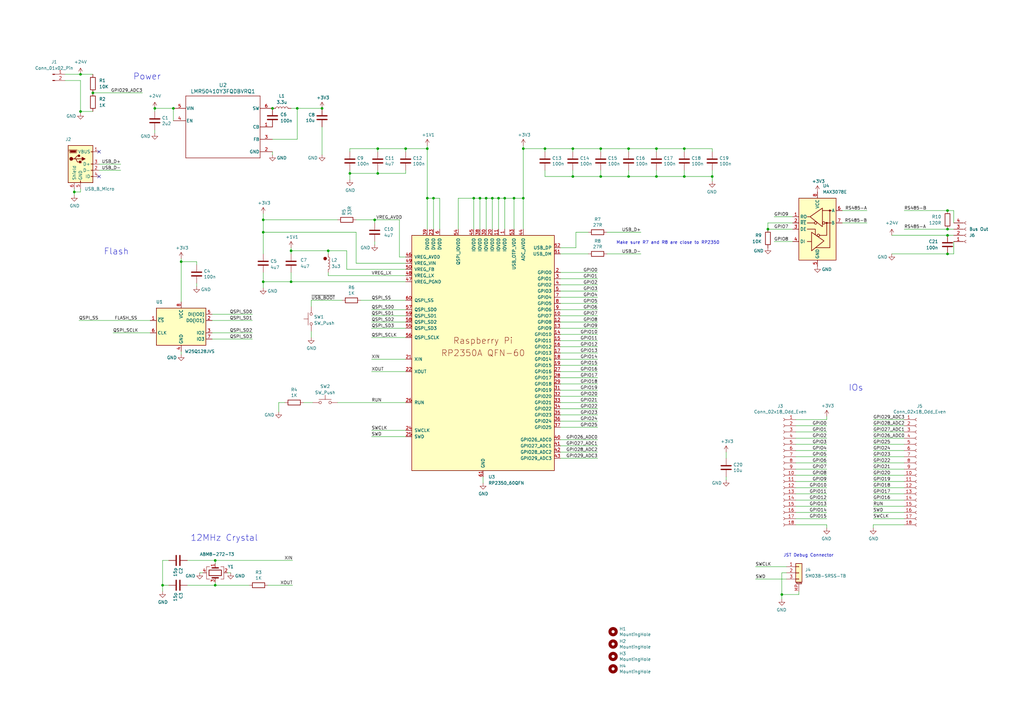
<source format=kicad_sch>
(kicad_sch (version 20250114) (generator "eeschema") (generator_version "9.0")
  (paper "A3")
  (title_block (title "RP2350A QFN-60 Minimal Design Example") (date "2024-07-01") (rev "REV3") (company "Raspberry Pi Ltd"))
  (circle (center 133.35 106.045) (radius 0.635) (stroke (width 0) (color 132 0 0 1)) (fill (type color) (color 132 0 0 1)))
  (text "JST Debug Connector" (at 321.31 228.6 0) (effects (font (size 1.27 1.27)) (justify left bottom)))
  (text "IOs" (at 347.98 160.655 0) (effects (font (size 2.54 2.54)) (justify left bottom)))
  (text "Flash" (at 42.545 104.775 0) (effects (font (size 2.54 2.54)) (justify left bottom)))
  (text "Make sure R7 and R8 are close to RP2350\n" (at 252.73 100.33 0) (effects (font (size 1.27 1.27)) (justify left bottom)))
  (text "12MHz Crystal" (at 78.105 222.25 0) (effects (font (size 2.54 2.54)) (justify left bottom)))
  (text "Power" (at 54.61 33.02 0) (effects (font (size 2.54 2.54)) (justify left bottom)))
  (junction (at 320.675 243.84))
  (junction (at 257.81 60.96))
  (junction (at 153.67 90.17))
  (junction (at 119.38 102.87))
  (junction (at 194.31 81.28))
  (junction (at 280.67 72.39))
  (junction (at 175.26 81.28))
  (junction (at 154.94 71.12))
  (junction (at 214.63 60.96))
  (junction (at 33.02 45.72))
  (junction (at 196.85 81.28))
  (junction (at 88.265 229.87))
  (junction (at 134.62 102.87))
  (junction (at 388.62 96.52))
  (junction (at 30.48 78.74))
  (junction (at 119.38 115.57))
  (junction (at 223.52 60.96))
  (junction (at 210.82 81.28))
  (junction (at 66.675 240.03))
  (junction (at 388.62 104.14))
  (junction (at 154.94 60.96))
  (junction (at 207.01 81.28))
  (junction (at 132.08 44.45))
  (junction (at 269.24 72.39))
  (junction (at 292.1 72.39))
  (junction (at 246.38 72.39))
  (junction (at 204.47 81.28))
  (junction (at 74.295 107.315))
  (junction (at 38.1 38.1))
  (junction (at 199.39 81.28))
  (junction (at 175.26 60.96))
  (junction (at 107.95 115.57))
  (junction (at 280.67 60.96))
  (junction (at 111.76 44.45))
  (junction (at 71.12 44.45))
  (junction (at 257.81 72.39))
  (junction (at 269.24 60.96))
  (junction (at 121.92 44.45))
  (junction (at 314.96 93.98))
  (junction (at 166.37 60.96))
  (junction (at 33.02 30.48))
  (junction (at 388.62 86.36))
  (junction (at 234.95 60.96))
  (junction (at 88.265 240.03))
  (junction (at 234.95 72.39))
  (junction (at 63.5 44.45))
  (junction (at 214.63 81.28))
  (junction (at 107.95 90.17))
  (junction (at 177.8 81.28))
  (junction (at 246.38 60.96))
  (junction (at 201.93 81.28))
  (junction (at 107.95 95.25))
  (junction (at 143.51 71.12))
  (junction (at 388.62 93.98))
  (no_connect (at 40.64 62.23))
  (no_connect (at 40.64 72.39))
  (wire (pts (xy 229.87 127) (xy 245.11 127)))
  (wire (pts (xy 153.67 100.33) (xy 153.67 99.06)))
  (wire (pts (xy 146.05 95.25) (xy 146.05 107.95)))
  (wire (pts (xy 229.87 185.42) (xy 245.11 185.42)))
  (wire (pts (xy 339.09 194.945) (xy 326.39 194.945)))
  (wire (pts (xy 370.84 197.485) (xy 358.14 197.485)))
  (wire (pts (xy 320.675 234.95) (xy 320.675 243.84)))
  (wire (pts (xy 154.94 60.96) (xy 166.37 60.96)))
  (wire (pts (xy 370.84 182.245) (xy 358.14 182.245)))
  (wire (pts (xy 229.87 129.54) (xy 245.11 129.54)))
  (wire (pts (xy 370.84 207.645) (xy 358.14 207.645)))
  (wire (pts (xy 88.265 231.14) (xy 88.265 229.87)))
  (wire (pts (xy 234.95 62.23) (xy 234.95 60.96)))
  (wire (pts (xy 234.95 69.85) (xy 234.95 72.39)))
  (wire (pts (xy 163.83 90.17) (xy 163.83 105.41)))
  (wire (pts (xy 339.09 200.025) (xy 326.39 200.025)))
  (wire (pts (xy 207.01 81.28) (xy 210.82 81.28)))
  (wire (pts (xy 314.96 91.44) (xy 325.12 91.44)))
  (wire (pts (xy 370.84 93.98) (xy 388.62 93.98)))
  (wire (pts (xy 154.94 62.23) (xy 154.94 60.96)))
  (wire (pts (xy 166.37 138.43) (xy 152.4 138.43)))
  (wire (pts (xy 154.94 71.12) (xy 166.37 71.12)))
  (wire (pts (xy 30.48 77.47) (xy 30.48 78.74)))
  (wire (pts (xy 229.87 167.64) (xy 245.11 167.64)))
  (wire (pts (xy 229.87 111.76) (xy 245.11 111.76)))
  (wire (pts (xy 143.51 69.85) (xy 143.51 71.12)))
  (wire (pts (xy 153.67 90.17) (xy 163.83 90.17)))
  (wire (pts (xy 229.87 162.56) (xy 245.11 162.56)))
  (wire (pts (xy 317.5 88.9) (xy 325.12 88.9)))
  (wire (pts (xy 339.09 205.105) (xy 326.39 205.105)))
  (wire (pts (xy 246.38 62.23) (xy 246.38 60.96)))
  (wire (pts (xy 127.635 123.19) (xy 127.635 125.73)))
  (wire (pts (xy 166.37 176.53) (xy 152.4 176.53)))
  (wire (pts (xy 370.84 194.945) (xy 358.14 194.945)))
  (wire (pts (xy 107.95 90.17) (xy 107.95 95.25)))
  (wire (pts (xy 223.52 62.23) (xy 223.52 60.96)))
  (wire (pts (xy 391.16 104.14) (xy 391.16 99.06)))
  (wire (pts (xy 88.265 240.03) (xy 102.235 240.03)))
  (wire (pts (xy 365.76 96.52) (xy 388.62 96.52)))
  (wire (pts (xy 223.52 69.85) (xy 223.52 72.39)))
  (wire (pts (xy 107.95 95.25) (xy 146.05 95.25)))
  (wire (pts (xy 107.95 95.25) (xy 107.95 104.14)))
  (wire (pts (xy 66.675 240.03) (xy 66.675 242.57)))
  (wire (pts (xy 121.92 44.45) (xy 119.38 44.45)))
  (wire (pts (xy 370.84 202.565) (xy 358.14 202.565)))
  (wire (pts (xy 199.39 93.98) (xy 199.39 81.28)))
  (wire (pts (xy 33.02 77.47) (xy 33.02 78.74)))
  (wire (pts (xy 187.96 93.98) (xy 187.96 81.28)))
  (wire (pts (xy 388.62 93.98) (xy 391.16 93.98)))
  (wire (pts (xy 46.355 136.525) (xy 61.595 136.525)))
  (wire (pts (xy 74.295 106.045) (xy 74.295 107.315)))
  (wire (pts (xy 66.675 229.87) (xy 66.675 240.03)))
  (wire (pts (xy 210.82 81.28) (xy 214.63 81.28)))
  (wire (pts (xy 257.81 60.96) (xy 269.24 60.96)))
  (wire (pts (xy 69.215 229.87) (xy 66.675 229.87)))
  (wire (pts (xy 153.67 90.17) (xy 153.67 91.44)))
  (wire (pts (xy 269.24 72.39) (xy 257.81 72.39)))
  (wire (pts (xy 339.09 207.645) (xy 326.39 207.645)))
  (wire (pts (xy 229.87 175.26) (xy 245.11 175.26)))
  (wire (pts (xy 201.93 81.28) (xy 204.47 81.28)))
  (wire (pts (xy 40.64 69.85) (xy 49.53 69.85)))
  (wire (pts (xy 234.95 72.39) (xy 223.52 72.39)))
  (wire (pts (xy 269.24 69.85) (xy 269.24 72.39)))
  (wire (pts (xy 175.26 60.96) (xy 175.26 81.28)))
  (wire (pts (xy 196.85 81.28) (xy 199.39 81.28)))
  (wire (pts (xy 229.87 139.7) (xy 245.11 139.7)))
  (wire (pts (xy 201.93 93.98) (xy 201.93 81.28)))
  (wire (pts (xy 146.05 107.95) (xy 166.37 107.95)))
  (wire (pts (xy 355.6 91.44) (xy 345.44 91.44)))
  (wire (pts (xy 199.39 81.28) (xy 201.93 81.28)))
  (wire (pts (xy 63.5 45.72) (xy 63.5 44.45)))
  (wire (pts (xy 107.95 87.63) (xy 107.95 90.17)))
  (wire (pts (xy 107.95 115.57) (xy 119.38 115.57)))
  (wire (pts (xy 229.87 132.08) (xy 245.11 132.08)))
  (wire (pts (xy 116.84 165.1) (xy 114.3 165.1)))
  (wire (pts (xy 234.95 60.96) (xy 246.38 60.96)))
  (wire (pts (xy 119.38 104.14) (xy 119.38 102.87)))
  (wire (pts (xy 339.09 216.535) (xy 339.09 215.265)))
  (wire (pts (xy 229.87 114.3) (xy 245.11 114.3)))
  (wire (pts (xy 86.995 139.065) (xy 103.505 139.065)))
  (wire (pts (xy 317.5 99.06) (xy 325.12 99.06)))
  (wire (pts (xy 166.37 123.19) (xy 147.955 123.19)))
  (wire (pts (xy 143.51 62.23) (xy 143.51 60.96)))
  (wire (pts (xy 107.95 111.76) (xy 107.95 115.57)))
  (wire (pts (xy 327.66 242.57) (xy 327.66 243.84)))
  (wire (pts (xy 370.84 210.185) (xy 358.14 210.185)))
  (wire (pts (xy 339.09 197.485) (xy 326.39 197.485)))
  (wire (pts (xy 33.02 30.48) (xy 26.67 30.48)))
  (wire (pts (xy 370.84 192.405) (xy 358.14 192.405)))
  (wire (pts (xy 166.37 110.49) (xy 142.24 110.49)))
  (wire (pts (xy 74.295 144.145) (xy 74.295 145.415)))
  (wire (pts (xy 229.87 172.72) (xy 245.11 172.72)))
  (wire (pts (xy 140.335 123.19) (xy 127.635 123.19)))
  (wire (pts (xy 309.88 237.49) (xy 322.58 237.49)))
  (wire (pts (xy 370.84 177.165) (xy 358.14 177.165)))
  (wire (pts (xy 229.87 187.96) (xy 245.11 187.96)))
  (wire (pts (xy 388.62 104.14) (xy 391.16 104.14)))
  (wire (pts (xy 248.92 104.14) (xy 262.89 104.14)))
  (wire (pts (xy 175.26 81.28) (xy 175.26 93.98)))
  (wire (pts (xy 370.84 200.025) (xy 358.14 200.025)))
  (wire (pts (xy 370.84 174.625) (xy 358.14 174.625)))
  (wire (pts (xy 33.02 45.72) (xy 38.1 45.72)))
  (wire (pts (xy 214.63 81.28) (xy 214.63 93.98)))
  (wire (pts (xy 33.02 45.72) (xy 33.02 33.02)))
  (wire (pts (xy 119.38 101.6) (xy 119.38 102.87)))
  (wire (pts (xy 109.855 240.03) (xy 120.015 240.03)))
  (wire (pts (xy 76.835 240.03) (xy 88.265 240.03)))
  (wire (pts (xy 119.38 115.57) (xy 166.37 115.57)))
  (wire (pts (xy 339.09 187.325) (xy 326.39 187.325)))
  (wire (pts (xy 107.95 115.57) (xy 107.95 118.11)))
  (wire (pts (xy 69.215 240.03) (xy 66.675 240.03)))
  (wire (pts (xy 391.16 91.44) (xy 391.16 86.36)))
  (wire (pts (xy 107.95 90.17) (xy 138.43 90.17)))
  (wire (pts (xy 143.51 71.12) (xy 143.51 73.66)))
  (wire (pts (xy 204.47 81.28) (xy 207.01 81.28)))
  (wire (pts (xy 32.385 131.445) (xy 61.595 131.445)))
  (wire (pts (xy 339.09 210.185) (xy 326.39 210.185)))
  (wire (pts (xy 229.87 170.18) (xy 245.11 170.18)))
  (wire (pts (xy 154.94 69.85) (xy 154.94 71.12)))
  (wire (pts (xy 269.24 60.96) (xy 280.67 60.96)))
  (wire (pts (xy 339.09 172.085) (xy 339.09 170.815)))
  (wire (pts (xy 358.14 215.265) (xy 370.84 215.265)))
  (wire (pts (xy 74.295 107.315) (xy 74.295 123.825)))
  (wire (pts (xy 292.1 69.85) (xy 292.1 72.39)))
  (wire (pts (xy 86.995 136.525) (xy 103.505 136.525)))
  (wire (pts (xy 152.4 147.32) (xy 166.37 147.32)))
  (wire (pts (xy 198.12 195.58) (xy 198.12 198.12)))
  (wire (pts (xy 152.4 132.08) (xy 166.37 132.08)))
  (wire (pts (xy 81.915 234.95) (xy 83.185 234.95)))
  (wire (pts (xy 63.5 53.34) (xy 63.5 54.61)))
  (wire (pts (xy 180.34 81.28) (xy 180.34 93.98)))
  (wire (pts (xy 194.31 93.98) (xy 194.31 81.28)))
  (wire (pts (xy 58.42 38.1) (xy 38.1 38.1)))
  (wire (pts (xy 229.87 182.88) (xy 245.11 182.88)))
  (wire (pts (xy 229.87 116.84) (xy 245.11 116.84)))
  (wire (pts (xy 143.51 60.96) (xy 154.94 60.96)))
  (wire (pts (xy 33.02 30.48) (xy 38.1 30.48)))
  (wire (pts (xy 142.24 110.49) (xy 142.24 102.87)))
  (wire (pts (xy 370.84 172.085) (xy 358.14 172.085)))
  (wire (pts (xy 339.09 215.265) (xy 326.39 215.265)))
  (wire (pts (xy 80.645 107.315) (xy 74.295 107.315)))
  (wire (pts (xy 229.87 137.16) (xy 245.11 137.16)))
  (wire (pts (xy 280.67 62.23) (xy 280.67 60.96)))
  (wire (pts (xy 152.4 127) (xy 166.37 127)))
  (wire (pts (xy 236.22 95.25) (xy 236.22 101.6)))
  (wire (pts (xy 229.87 144.78) (xy 245.11 144.78)))
  (wire (pts (xy 257.81 69.85) (xy 257.81 72.39)))
  (wire (pts (xy 214.63 59.69) (xy 214.63 60.96)))
  (wire (pts (xy 257.81 62.23) (xy 257.81 60.96)))
  (wire (pts (xy 229.87 154.94) (xy 245.11 154.94)))
  (wire (pts (xy 146.05 90.17) (xy 153.67 90.17)))
  (wire (pts (xy 152.4 129.54) (xy 166.37 129.54)))
  (wire (pts (xy 152.4 134.62) (xy 166.37 134.62)))
  (wire (pts (xy 269.24 62.23) (xy 269.24 60.96)))
  (wire (pts (xy 314.96 91.44) (xy 314.96 93.98)))
  (wire (pts (xy 229.87 134.62) (xy 245.11 134.62)))
  (wire (pts (xy 124.46 165.1) (xy 128.27 165.1)))
  (wire (pts (xy 127.635 135.89) (xy 127.635 138.43)))
  (wire (pts (xy 280.67 72.39) (xy 269.24 72.39)))
  (wire (pts (xy 80.645 108.585) (xy 80.645 107.315)))
  (wire (pts (xy 297.815 185.42) (xy 297.815 187.96)))
  (wire (pts (xy 166.37 60.96) (xy 175.26 60.96)))
  (wire (pts (xy 229.87 160.02) (xy 245.11 160.02)))
  (wire (pts (xy 370.84 184.785) (xy 358.14 184.785)))
  (wire (pts (xy 246.38 60.96) (xy 257.81 60.96)))
  (wire (pts (xy 314.96 93.98) (xy 325.12 93.98)))
  (wire (pts (xy 71.12 44.45) (xy 71.12 49.53)))
  (wire (pts (xy 257.81 72.39) (xy 246.38 72.39)))
  (wire (pts (xy 214.63 60.96) (xy 223.52 60.96)))
  (wire (pts (xy 134.62 113.03) (xy 166.37 113.03)))
  (wire (pts (xy 121.92 44.45) (xy 121.92 57.15)))
  (wire (pts (xy 119.38 111.76) (xy 119.38 115.57)))
  (wire (pts (xy 229.87 149.86) (xy 245.11 149.86)))
  (wire (pts (xy 119.38 102.87) (xy 134.62 102.87)))
  (wire (pts (xy 33.02 78.74) (xy 30.48 78.74)))
  (wire (pts (xy 121.92 57.15) (xy 111.76 57.15)))
  (wire (pts (xy 391.16 86.36) (xy 388.62 86.36)))
  (wire (pts (xy 246.38 69.85) (xy 246.38 72.39)))
  (wire (pts (xy 388.62 96.52) (xy 391.16 96.52)))
  (wire (pts (xy 166.37 179.07) (xy 152.4 179.07)))
  (wire (pts (xy 236.22 95.25) (xy 241.3 95.25)))
  (wire (pts (xy 177.8 81.28) (xy 180.34 81.28)))
  (wire (pts (xy 339.09 212.725) (xy 326.39 212.725)))
  (wire (pts (xy 93.345 234.95) (xy 94.615 234.95)))
  (wire (pts (xy 196.85 93.98) (xy 196.85 81.28)))
  (wire (pts (xy 320.675 243.84) (xy 327.66 243.84)))
  (wire (pts (xy 365.76 104.14) (xy 388.62 104.14)))
  (wire (pts (xy 229.87 165.1) (xy 245.11 165.1)))
  (wire (pts (xy 121.92 44.45) (xy 132.08 44.45)))
  (wire (pts (xy 248.92 95.25) (xy 262.89 95.25)))
  (wire (pts (xy 339.09 192.405) (xy 326.39 192.405)))
  (wire (pts (xy 339.09 184.785) (xy 326.39 184.785)))
  (wire (pts (xy 358.14 216.535) (xy 358.14 215.265)))
  (wire (pts (xy 210.82 93.98) (xy 210.82 81.28)))
  (wire (pts (xy 370.84 86.36) (xy 388.62 86.36)))
  (wire (pts (xy 355.6 86.36) (xy 345.44 86.36)))
  (wire (pts (xy 339.09 174.625) (xy 326.39 174.625)))
  (wire (pts (xy 175.26 59.69) (xy 175.26 60.96)))
  (wire (pts (xy 309.88 232.41) (xy 322.58 232.41)))
  (wire (pts (xy 229.87 119.38) (xy 245.11 119.38)))
  (wire (pts (xy 280.67 72.39) (xy 292.1 72.39)))
  (wire (pts (xy 292.1 72.39) (xy 292.1 74.295)))
  (wire (pts (xy 33.02 46.355) (xy 33.02 45.72)))
  (wire (pts (xy 370.84 189.865) (xy 358.14 189.865)))
  (wire (pts (xy 134.62 113.03) (xy 134.62 111.76)))
  (wire (pts (xy 370.84 205.105) (xy 358.14 205.105)))
  (wire (pts (xy 229.87 157.48) (xy 245.11 157.48)))
  (wire (pts (xy 339.09 179.705) (xy 326.39 179.705)))
  (wire (pts (xy 229.87 180.34) (xy 245.11 180.34)))
  (wire (pts (xy 280.67 60.96) (xy 292.1 60.96)))
  (wire (pts (xy 194.31 81.28) (xy 196.85 81.28)))
  (wire (pts (xy 204.47 93.98) (xy 204.47 81.28)))
  (wire (pts (xy 339.09 202.565) (xy 326.39 202.565)))
  (wire (pts (xy 229.87 152.4) (xy 245.11 152.4)))
  (wire (pts (xy 134.62 102.87) (xy 134.62 104.14)))
  (wire (pts (xy 111.76 62.23) (xy 111.76 63.5)))
  (wire (pts (xy 339.09 177.165) (xy 326.39 177.165)))
  (wire (pts (xy 229.87 147.32) (xy 245.11 147.32)))
  (wire (pts (xy 40.64 67.31) (xy 49.53 67.31)))
  (wire (pts (xy 166.37 62.23) (xy 166.37 60.96)))
  (wire (pts (xy 229.87 101.6) (xy 236.22 101.6)))
  (wire (pts (xy 246.38 72.39) (xy 234.95 72.39)))
  (wire (pts (xy 143.51 71.12) (xy 154.94 71.12)))
  (wire (pts (xy 339.09 172.085) (xy 326.39 172.085)))
  (wire (pts (xy 187.96 81.28) (xy 194.31 81.28)))
  (wire (pts (xy 370.84 179.705) (xy 358.14 179.705)))
  (wire (pts (xy 177.8 81.28) (xy 175.26 81.28)))
  (wire (pts (xy 71.12 44.45) (xy 63.5 44.45)))
  (wire (pts (xy 207.01 81.28) (xy 207.01 93.98)))
  (wire (pts (xy 322.58 234.95) (xy 320.675 234.95)))
  (wire (pts (xy 88.265 229.87) (xy 120.015 229.87)))
  (wire (pts (xy 30.48 78.74) (xy 30.48 80.01)))
  (wire (pts (xy 132.08 52.07) (xy 132.08 63.5)))
  (wire (pts (xy 229.87 104.14) (xy 241.3 104.14)))
  (wire (pts (xy 142.24 102.87) (xy 134.62 102.87)))
  (wire (pts (xy 114.3 165.1) (xy 114.3 168.91)))
  (wire (pts (xy 88.265 238.76) (xy 88.265 240.03)))
  (wire (pts (xy 229.87 124.46) (xy 245.11 124.46)))
  (wire (pts (xy 229.87 142.24) (xy 245.11 142.24)))
  (wire (pts (xy 339.09 189.865) (xy 326.39 189.865)))
  (wire (pts (xy 214.63 60.96) (xy 214.63 81.28)))
  (wire (pts (xy 229.87 121.92) (xy 245.11 121.92)))
  (wire (pts (xy 163.83 105.41) (xy 166.37 105.41)))
  (wire (pts (xy 297.815 195.58) (xy 297.815 196.85)))
  (wire (pts (xy 86.995 128.905) (xy 103.505 128.905)))
  (wire (pts (xy 339.09 182.245) (xy 326.39 182.245)))
  (wire (pts (xy 223.52 60.96) (xy 234.95 60.96)))
  (wire (pts (xy 166.37 152.4) (xy 152.4 152.4)))
  (wire (pts (xy 320.675 243.84) (xy 320.675 245.745)))
  (wire (pts (xy 292.1 62.23) (xy 292.1 60.96)))
  (wire (pts (xy 370.84 187.325) (xy 358.14 187.325)))
  (wire (pts (xy 370.84 212.725) (xy 358.14 212.725)))
  (wire (pts (xy 76.835 229.87) (xy 88.265 229.87)))
  (wire (pts (xy 33.02 33.02) (xy 26.67 33.02)))
  (wire (pts (xy 86.995 131.445) (xy 103.505 131.445)))
  (wire (pts (xy 166.37 71.12) (xy 166.37 69.85)))
  (wire (pts (xy 177.8 93.98) (xy 177.8 81.28)))
  (wire (pts (xy 138.43 165.1) (xy 166.37 165.1)))
  (wire (pts (xy 280.67 69.85) (xy 280.67 72.39)))
  (wire (pts (xy 80.645 116.205) (xy 80.645 117.475)))
  (label "XIN" (at 152.4 147.32 0))
  (label "GPIO26_ADC0" (at 358.14 179.705 0))
  (label "USB_D+" (at 262.89 95.25 180))
  (label "RS485-A" (at 370.84 93.98 0))
  (label "GPIO26_ADC0" (at 245.11 180.34 180))
  (label "QSPI_SS" (at 32.385 131.445 0))
  (label "GPIO25" (at 358.14 182.245 0))
  (label "RUN" (at 358.14 207.645 0))
  (label "RS485-B" (at 355.6 91.44 180))
  (label "GPIO11" (at 339.09 202.565 180))
  (label "XOUT" (at 152.4 152.4 0))
  (label "GPIO2" (at 245.11 116.84 180))
  (label "GPIO1" (at 245.11 114.3 180))
  (label "GPIO3" (at 339.09 182.245 180))
  (label "GPIO15" (at 339.09 212.725 180))
  (label "GPIO21" (at 358.14 192.405 0))
  (label "RS485-A" (at 355.6 86.36 180))
  (label "GPIO20" (at 358.14 194.945 0))
  (label "GPIO8" (at 339.09 194.945 180))
  (label "SWCLK" (at 358.14 212.725 0))
  (label "GPIO17" (at 358.14 202.565 0))
  (label "GPIO1" (at 339.09 177.165 180))
  (label "GPIO28_ADC2" (at 358.14 174.625 0))
  (label "GPIO18" (at 358.14 200.025 0))
  (label "RS485-B" (at 370.84 86.36 0))
  (label "QSPI_SD2" (at 103.505 136.525 180))
  (label "FLASH_SS" (at 46.99 131.445 0))
  (label "GPIO27_ADC1" (at 358.14 177.165 0))
  (label "GPIO0" (at 245.11 111.76 180))
  (label "GPIO14" (at 245.11 147.32 180))
  (label "RUN" (at 152.4 165.1 0))
  (label "QSPI_SD0" (at 152.4 127 0))
  (label "QSPI_SD0" (at 103.505 128.905 180))
  (label "GPIO16" (at 358.14 205.105 0))
  (label "QSPI_SS" (at 152.4 123.19 0))
  (label "SWCLK" (at 152.4 176.53 0))
  (label "GPIO22" (at 358.14 189.865 0))
  (label "GPIO25" (at 245.11 175.26 180))
  (label "SWD" (at 358.14 210.185 0))
  (label "GPIO12" (at 339.09 205.105 180))
  (label "GPIO10" (at 339.09 200.025 180))
  (label "GPIO19" (at 358.14 197.485 0))
  (label "SWCLK" (at 309.88 232.41 0))
  (label "QSPI_SD3" (at 103.505 139.065 180))
  (label "GPIO24" (at 245.11 172.72 180))
  (label "GPIO4" (at 245.11 121.92 180))
  (label "GPIO7" (at 339.09 192.405 180))
  (label "GPIO8" (at 317.5 99.06 0))
  (label "XOUT" (at 120.015 240.03 180))
  (label "GPIO5" (at 245.11 124.46 180))
  (label "QSPI_SD2" (at 152.4 132.08 0))
  (label "GPIO19" (at 245.11 160.02 180))
  (label "USB_D+" (at 49.53 67.31 180))
  (label "USB_D-" (at 262.89 104.14 180))
  (label "GPIO8" (at 245.11 132.08 180))
  (label "GPIO6" (at 339.09 189.865 180))
  (label "~{USB_BOOT}" (at 127.635 123.19 0))
  (label "GPIO9" (at 317.5 88.9 0))
  (label "XIN" (at 120.015 229.87 180))
  (label "GPIO10" (at 245.11 137.16 180))
  (label "VREG_AVDD" (at 154.305 90.17 0))
  (label "GPIO18" (at 245.11 157.48 180))
  (label "GPIO9" (at 245.11 134.62 180))
  (label "GPIO20" (at 245.11 162.56 180))
  (label "USB_D-" (at 49.53 69.85 180))
  (label "GPIO12" (at 245.11 142.24 180))
  (label "GPIO22" (at 245.11 167.64 180))
  (label "GPIO0" (at 339.09 174.625 180))
  (label "GPIO7" (at 317.5 93.98 0))
  (label "QSPI_SD1" (at 152.4 129.54 0))
  (label "GPIO24" (at 358.14 184.785 0))
  (label "GPIO4" (at 339.09 184.785 180))
  (label "QSPI_SCLK" (at 152.4 138.43 0))
  (label "QSPI_SCLK" (at 46.355 136.525 0))
  (label "GPIO13" (at 245.11 144.78 180))
  (label "GPIO13" (at 339.09 207.645 180))
  (label "GPIO17" (at 245.11 154.94 180))
  (label "GPIO29_ADC3" (at 245.11 187.96 180))
  (label "GPIO2" (at 339.09 179.705 180))
  (label "GPIO28_ADC2" (at 245.11 185.42 180))
  (label "GPIO29_ADC3" (at 58.42 38.1 180))
  (label "SWD" (at 309.88 237.49 0))
  (label "GPIO14" (at 339.09 210.185 180))
  (label "GPIO27_ADC1" (at 245.11 182.88 180))
  (label "GPIO3" (at 245.11 119.38 180))
  (label "GPIO11" (at 245.11 139.7 180))
  (label "GPIO29_ADC3" (at 358.14 172.085 0))
  (label "QSPI_SD1" (at 103.505 131.445 180))
  (label "VREG_LX" (at 152.4 113.03 0))
  (label "SWD" (at 152.4 179.07 0))
  (label "GPIO7" (at 245.11 129.54 180))
  (label "GPIO9" (at 339.09 197.485 180))
  (label "GPIO23" (at 358.14 187.325 0))
  (label "GPIO6" (at 245.11 127 180))
  (label "GPIO5" (at 339.09 187.325 180))
  (label "GPIO15" (at 245.11 149.86 180))
  (label "GPIO21" (at 245.11 165.1 180))
  (label "GPIO16" (at 245.11 152.4 180))
  (label "QSPI_SD3" (at 152.4 134.62 0))
  (label "GPIO23" (at 245.11 170.18 180))
  (symbol (lib_id "Memory_Flash:W25Q128JVS") (at 74.295 133.985 0) (unit 1)
    (property "Reference" "U1" (at 65.405 123.825 0))
    (property "Value" "W25Q128JVS" (at 81.915 144.145 0))
    (property "Footprint" "Package_SO:SOIC-8_5.3x5.3mm_P1.27mm" (effects (hide yes)))
    (property "Datasheet" "http://www.winbond.com/resource-files/w25q128jv_dtr%20revc%2003272018%20plus.pdf" (effects (hide yes)))
  )
  (symbol (lib_id "power:+3V3") (at 74.295 106.045 0) (unit 1)
    (property "Reference" "#PWR07" (effects (hide yes)))
    (property "Value" "+3V3" (at 74.676 101.6508 0))
  )
  (symbol (lib_id "power:GND") (at 74.295 145.415 0) (unit 1)
    (property "Reference" "#PWR08" (effects (hide yes)))
    (property "Value" "GND" (at 70.485 146.685 0))
  )
  (symbol (lib_id "Device:C") (at 80.645 112.395 0) (unit 1)
    (property "Reference" "C4" (at 83.566 111.2266 0) (effects (justify left)))
    (property "Value" "100n" (at 83.566 113.538 0) (effects (justify left)))
    (property "Footprint" "Capacitor_SMD:C_0402_1005Metric" (effects (hide yes)))
  )
  (symbol (lib_id "power:GND") (at 80.645 117.475 0) (unit 1)
    (property "Reference" "#PWR09" (effects (hide yes)))
    (property "Value" "GND" (at 84.455 118.745 0))
  )
  (symbol (lib_id "Connector:USB_B_Micro") (at 33.02 67.31 0) (unit 1)
    (property "Reference" "J2" (at 29.21 57.15 0) (effects (justify right)))
    (property "Value" "USB_B_Micro" (at 46.99 77.47 0) (effects (justify right)))
    (property "Footprint" "Connector_USB:USB_Micro-B_Amphenol_10103594-0001LF_Horizontal" (effects (hide yes)))
  )
  (symbol (lib_id "power:GND") (at 198.12 198.12 0) (unit 1)
    (property "Reference" "#PWR023" (effects (hide yes)))
    (property "Value" "GND" (at 198.247 202.5142 0))
  )
  (symbol (lib_id "Device:R") (at 245.11 95.25 270) (unit 1)
    (property "Reference" "R7" (at 245.11 89.9922 90))
    (property "Value" "27R" (at 245.11 92.3036 90))
    (property "Footprint" "Resistor_SMD:R_0402_1005Metric" (effects (hide yes)))
  )
  (symbol (lib_id "Device:R") (at 245.11 104.14 270) (unit 1)
    (property "Reference" "R8" (at 245.11 98.8822 90))
    (property "Value" "27R" (at 245.11 101.1936 90))
    (property "Footprint" "Resistor_SMD:R_0402_1005Metric" (effects (hide yes)))
  )
  (symbol (lib_id "power:GND") (at 30.48 80.01 0) (unit 1)
    (property "Reference" "#PWR01" (effects (hide yes)))
    (property "Value" "GND" (at 30.607 84.4042 0))
  )
  (symbol (lib_id "power:GND") (at 339.09 216.535 0) (mirror y) (unit 1) (on_board no)
    (property "Reference" "#PWR033" (effects (hide yes)))
    (property "Value" "GND" (at 338.963 220.9292 0))
  )
  (symbol (lib_id "power:GND") (at 358.14 216.535 0) (unit 1) (on_board no)
    (property "Reference" "#PWR034" (effects (hide yes)))
    (property "Value" "GND" (at 358.267 220.9292 0))
  )
  (symbol (lib_id "power:+3V3") (at 214.63 59.69 0) (unit 1)
    (property "Reference" "#PWR024" (effects (hide yes)))
    (property "Value" "+3V3" (at 215.011 55.2958 0))
  )
  (symbol (lib_id "Device:C") (at 223.52 66.04 0) (unit 1)
    (property "Reference" "C13" (at 226.441 64.8716 0) (effects (justify left)))
    (property "Value" "100n" (at 226.441 67.183 0) (effects (justify left)))
    (property "Footprint" "Capacitor_SMD:C_0402_1005Metric" (effects (hide yes)))
  )
  (symbol (lib_id "Device:C") (at 234.95 66.04 0) (unit 1)
    (property "Reference" "C14" (at 237.871 64.8716 0) (effects (justify left)))
    (property "Value" "100n" (at 237.871 67.183 0) (effects (justify left)))
    (property "Footprint" "Capacitor_SMD:C_0402_1005Metric" (effects (hide yes)))
  )
  (symbol (lib_id "Device:C") (at 246.38 66.04 0) (unit 1)
    (property "Reference" "C15" (at 249.301 64.8716 0) (effects (justify left)))
    (property "Value" "100n" (at 249.301 67.183 0) (effects (justify left)))
    (property "Footprint" "Capacitor_SMD:C_0402_1005Metric" (effects (hide yes)))
  )
  (symbol (lib_id "Device:C") (at 257.81 66.04 0) (unit 1)
    (property "Reference" "C16" (at 260.731 64.8716 0) (effects (justify left)))
    (property "Value" "100n" (at 260.731 67.183 0) (effects (justify left)))
    (property "Footprint" "Capacitor_SMD:C_0402_1005Metric" (effects (hide yes)))
  )
  (symbol (lib_id "Device:C") (at 269.24 66.04 0) (unit 1)
    (property "Reference" "C17" (at 272.161 64.8716 0) (effects (justify left)))
    (property "Value" "100n" (at 272.161 67.183 0) (effects (justify left)))
    (property "Footprint" "Capacitor_SMD:C_0402_1005Metric" (effects (hide yes)))
  )
  (symbol (lib_id "Device:C") (at 280.67 66.04 0) (unit 1)
    (property "Reference" "C18" (at 283.591 64.8716 0) (effects (justify left)))
    (property "Value" "100n" (at 283.591 67.183 0) (effects (justify left)))
    (property "Footprint" "Capacitor_SMD:C_0402_1005Metric" (effects (hide yes)))
  )
  (symbol (lib_id "Mechanical:MountingHole") (at 251.46 259.08 0) (unit 1)
    (property "Reference" "H1" (at 254 257.9116 0) (effects (justify left)))
    (property "Value" "MountingHole" (at 254 260.223 0) (effects (justify left)))
    (property "Footprint" "MountingHole:MountingHole_2.7mm_M2.5" (effects (hide yes)))
  )
  (symbol (lib_id "Mechanical:MountingHole") (at 251.46 264.16 0) (unit 1)
    (property "Reference" "H2" (at 254 262.9916 0) (effects (justify left)))
    (property "Value" "MountingHole" (at 254 265.303 0) (effects (justify left)))
    (property "Footprint" "MountingHole:MountingHole_2.7mm_M2.5" (effects (hide yes)))
  )
  (symbol (lib_id "Mechanical:MountingHole") (at 251.46 269.24 0) (unit 1)
    (property "Reference" "H3" (at 254 268.0716 0) (effects (justify left)))
    (property "Value" "MountingHole" (at 254 270.383 0) (effects (justify left)))
    (property "Footprint" "MountingHole:MountingHole_2.7mm_M2.5" (effects (hide yes)))
  )
  (symbol (lib_id "Mechanical:MountingHole") (at 251.46 274.32 0) (unit 1)
    (property "Reference" "H4" (at 254 273.1516 0) (effects (justify left)))
    (property "Value" "MountingHole" (at 254 275.463 0) (effects (justify left)))
    (property "Footprint" "MountingHole:MountingHole_2.7mm_M2.5" (effects (hide yes)))
  )
  (symbol (lib_id "power:GND") (at 111.76 63.5 0) (mirror y) (unit 1)
    (property "Reference" "#PWR014" (effects (hide yes)))
    (property "Value" "GND" (at 115.57 64.77 0))
  )
  (symbol (lib_id "power:+3V3") (at 132.08 44.45 0) (unit 1)
    (property "Reference" "#PWR018" (effects (hide yes)))
    (property "Value" "+3V3" (at 132.461 40.0558 0))
  )
  (symbol (lib_id "Device:C") (at 63.5 49.53 0) (unit 1)
    (property "Reference" "C1" (at 66.421 48.3616 0) (effects (justify left)))
    (property "Value" "2u2" (at 66.421 50.673 0) (effects (justify left)))
    (property "Footprint" "Capacitor_SMD:C_1206_3216Metric" (effects (hide yes)))
  )
  (symbol (lib_id "Device:C") (at 132.08 48.26 0) (mirror y) (unit 1)
    (property "Reference" "C8" (at 129.159 47.0916 0) (effects (justify left)))
    (property "Value" "10u" (at 129.159 49.403 0) (effects (justify left)))
    (property "Footprint" "Capacitor_SMD:C_0402_1005Metric" (effects (hide yes)))
  )
  (symbol (lib_id "power:GND") (at 63.5 54.61 0) (unit 1)
    (property "Reference" "#PWR05" (effects (hide yes)))
    (property "Value" "GND" (at 59.69 55.88 0))
  )
  (symbol (lib_id "power:GND") (at 132.08 63.5 0) (unit 1)
    (property "Reference" "#PWR019" (effects (hide yes)))
    (property "Value" "GND" (at 128.27 64.77 0))
  )
  (symbol (lib_id "power:+3V3") (at 297.815 185.42 0) (unit 1)
    (property "Reference" "#PWR026" (effects (hide yes)))
    (property "Value" "+3V3" (at 298.196 181.0258 0))
  )
  (symbol (lib_id "Device:C") (at 297.815 191.77 0) (unit 1)
    (property "Reference" "C20" (at 300.736 190.6016 0) (effects (justify left)))
    (property "Value" "10u" (at 300.736 192.913 0) (effects (justify left)))
    (property "Footprint" "Capacitor_SMD:C_0402_1005Metric" (effects (hide yes)))
  )
  (symbol (lib_id "power:GND") (at 297.815 196.85 0) (unit 1)
    (property "Reference" "#PWR027" (effects (hide yes)))
    (property "Value" "GND" (at 294.005 198.12 0))
  )
  (symbol (lib_id "power:+3V3") (at 339.09 170.815 0) (unit 1) (on_board no)
    (property "Reference" "#PWR032" (effects (hide yes)))
    (property "Value" "+3V3" (at 339.471 166.4208 0))
  )
  (symbol (lib_id "Connector:Conn_01x18_Socket") (at 375.92 192.405 0) (unit 1) (on_board no)
    (property "Reference" "J5" (at 377.19 166.5732 0))
    (property "Value" "Conn_02x18_Odd_Even" (at 377.19 168.8846 0))
    (property "Footprint" "Connector_PinHeader_2.54mm:PinHeader_1x18_P2.54mm_Vertical" (effects (hide yes)))
    (property "Description" "Generic connector, single row, 01x18, script generated" (effects (hide yes)))
  )
  (symbol (lib_id "Connector:Conn_01x18_Socket") (at 321.31 192.405 0) (mirror y) (unit 1) (on_board no)
    (property "Reference" "J3" (at 320.04 166.5732 0))
    (property "Value" "Conn_02x18_Odd_Even" (at 320.04 168.8846 0))
    (property "Footprint" "Connector_PinHeader_2.54mm:PinHeader_1x18_P2.54mm_Vertical" (effects (hide yes)))
    (property "Description" "Generic connector, single row, 01x18, script generated" (effects (hide yes)))
  )
  (symbol (lib_id "power:+3V3") (at 107.95 87.63 0) (unit 1)
    (property "Reference" "#PWR012" (effects (hide yes)))
    (property "Value" "+3V3" (at 108.331 83.2358 0))
  )
  (symbol (lib_id "Device:C") (at 166.37 66.04 0) (unit 1)
    (property "Reference" "C12" (at 169.291 64.8716 0) (effects (justify left)))
    (property "Value" "100n" (at 169.291 67.183 0) (effects (justify left)))
    (property "Footprint" "Capacitor_SMD:C_0402_1005Metric" (effects (hide yes)))
  )
  (symbol (lib_id "Device:R") (at 120.65 165.1 270) (unit 1)
    (property "Reference" "R4" (at 120.65 159.8422 90))
    (property "Value" "1K" (at 120.65 162.1536 90))
    (property "Footprint" "Resistor_SMD:R_0402_1005Metric" (effects (hide yes)))
  )
  (symbol (lib_id "power:GND") (at 127.635 138.43 0) (unit 1)
    (property "Reference" "#PWR017" (effects (hide yes)))
    (property "Value" "GND" (at 127.762 142.8242 0))
  )
  (symbol (lib_id "power:GND") (at 153.67 100.33 0) (unit 1)
    (property "Reference" "#PWR021" (effects (hide yes)))
    (property "Value" "GND" (at 149.86 101.6 0))
  )
  (symbol (lib_id "MCU_RaspberryPi_RP2350:RP2350_60QFN") (at 198.12 144.78 0) (unit 1)
    (property "Reference" "U3" (at 200.3141 195.58 0) (effects (justify left)))
    (property "Value" "RP2350_60QFN" (at 200.3141 198.12 0) (effects (justify left)))
    (property "Footprint" "RP2350_60QFN_minimal:RP2350-QFN-60-1EP_7x7_P0.4mm_EP3.4x3.4mm_ThermalVias" (effects (hide yes)))
  )
  (symbol (lib_id "Device:C") (at 292.1 66.04 0) (unit 1)
    (property "Reference" "C19" (at 295.021 64.8716 0) (effects (justify left)))
    (property "Value" "100n" (at 295.021 67.183 0) (effects (justify left)))
    (property "Footprint" "Capacitor_SMD:C_0402_1005Metric" (effects (hide yes)))
  )
  (symbol (lib_id "power:GND") (at 33.02 46.355 0) (unit 1)
    (property "Reference" "#PWR03" (effects (hide yes)))
    (property "Value" "GND" (at 29.21 47.625 0))
  )
  (symbol (lib_id "power:GND") (at 66.675 242.57 0) (unit 1)
    (property "Reference" "#PWR06" (effects (hide yes)))
    (property "Value" "GND" (at 66.802 246.9642 0))
  )
  (symbol (lib_id "Switch:SW_Push") (at 133.35 165.1 0) (unit 1)
    (property "Reference" "SW2" (at 133.35 158.4792 0))
    (property "Value" "SW_Push" (at 133.35 161.0161 0))
    (property "Footprint" "Button_Switch_SMD:SW_Push_1P1T_NO_Vertical_Wuerth_434133025816" (effects (hide yes)))
  )
  (symbol (lib_id "power:+24V") (at 33.02 30.48 0) (unit 1)
    (property "Reference" "#PWR02" (effects (hide yes)))
    (property "Value" "+24V" (at 33.02 25.4 0))
    (property "Description" "Power symbol creates a global label with name \"+24V\"" (effects (hide yes)))
  )
  (symbol (lib_id "Device:R") (at 144.145 123.19 270) (unit 1)
    (property "Reference" "R6" (at 144.145 117.9322 90))
    (property "Value" "1K" (at 144.145 120.2436 90))
    (property "Footprint" "Resistor_SMD:R_0402_1005Metric" (effects (hide yes)))
  )
  (symbol (lib_id "Device:R") (at 142.24 90.17 90) (unit 1)
    (property "Reference" "R5" (at 141.0716 88.392 0) (effects (justify left)))
    (property "Value" "33R" (at 143.383 88.392 0) (effects (justify left)))
    (property "Footprint" "Resistor_SMD:R_0402_1005Metric" (effects (hide yes)))
  )
  (symbol (lib_id "power:GND") (at 335.28 109.22 0) (mirror y) (unit 1)
    (property "Reference" "#PWR031" (effects (hide yes)))
    (property "Value" "GND" (at 339.09 110.49 0))
  )
  (symbol (lib_id "Device:C") (at 107.95 107.95 0) (unit 1)
    (property "Reference" "C5" (at 110.871 107.1153 0) (effects (justify left)))
    (property "Value" "4u7" (at 110.871 109.6522 0) (effects (justify left)))
    (property "Footprint" "RP2350_60QFN_minimal:C_0402_1005Metric_small_pads" (effects (hide yes)))
  )
  (symbol (lib_id "power:GND") (at 94.615 234.95 0) (unit 1)
    (property "Reference" "#PWR011" (effects (hide yes)))
    (property "Value" "GND" (at 98.425 236.22 0))
  )
  (symbol (lib_id "power:GND") (at 320.675 245.745 0) (mirror y) (unit 1)
    (property "Reference" "#PWR029" (effects (hide yes)))
    (property "Value" "GND" (at 320.548 250.1392 0))
  )
  (symbol (lib_id "Device:R") (at 388.62 90.17 0) (mirror y) (unit 1)
    (property "Reference" "R10" (at 386.08 88.8999 0) (effects (justify left)))
    (property "Value" "120R" (at 386.08 91.4399 0) (effects (justify left)))
    (property "Footprint" "Resistor_SMD:R_0402_1005Metric" (effects (hide yes)))
    (property "Description" "Resistor" (effects (hide yes)))
  )
  (symbol (lib_id "power:GND") (at 143.51 73.66 0) (unit 1)
    (property "Reference" "#PWR020" (effects (hide yes)))
    (property "Value" "GND" (at 143.637 78.0542 0))
  )
  (symbol (lib_id "Connector:Conn_01x02_Pin") (at 21.59 30.48 0) (unit 1)
    (property "Reference" "J1" (at 22.225 25.4 0))
    (property "Value" "Conn_01x02_Pin" (at 22.225 27.94 0))
    (property "Footprint" "Connector_AMASS:AMASS_XT30PW-M_1x02_P2.50mm_Horizontal" (effects (hide yes)))
    (property "Description" "Generic connector, single row, 01x02, script generated" (effects (hide yes)))
  )
  (symbol (lib_id "Device:C") (at 73.025 240.03 270) (unit 1)
    (property "Reference" "C3" (at 74.1934 242.951 0) (effects (justify left)))
    (property "Value" "15p" (at 71.882 242.951 0) (effects (justify left)))
    (property "Footprint" "Capacitor_SMD:C_0402_1005Metric" (effects (hide yes)))
  )
  (symbol (lib_id "Device:C") (at 119.38 107.95 0) (unit 1)
    (property "Reference" "C7" (at 123.19 106.68 0) (effects (justify left)))
    (property "Value" "4u7" (at 123.19 109.22 0) (effects (justify left)))
    (property "Footprint" "RP2350_60QFN_minimal:C_0402_1005Metric_small_pads" (effects (hide yes)))
  )
  (symbol (lib_id "Device:C") (at 153.67 95.25 0) (unit 1)
    (property "Reference" "C10" (at 157.48 93.98 0) (effects (justify left)))
    (property "Value" "4u7" (at 157.48 96.52 0) (effects (justify left)))
    (property "Footprint" "Capacitor_SMD:C_0402_1005Metric" (effects (hide yes)))
  )
  (symbol (lib_id "Device:L") (at 115.57 44.45 90) (unit 1)
    (property "Reference" "L1" (at 115.57 39.37 90))
    (property "Value" "3.3u" (at 115.57 41.91 90))
    (property "Footprint" "RP2350_60QFN_minimal:L_pol_2016" (effects (hide yes)))
  )
  (symbol (lib_id "power:+1V1") (at 175.26 59.69 0) (unit 1)
    (property "Reference" "#PWR022" (effects (hide yes)))
    (property "Value" "+1V1" (at 175.641 55.2958 0))
  )
  (symbol (lib_id "Device:R") (at 314.96 97.79 0) (mirror y) (unit 1)
    (property "Reference" "R9" (at 312.42 96.5199 0) (effects (justify left)))
    (property "Value" "10K" (at 312.42 99.0599 0) (effects (justify left)))
    (property "Footprint" "Resistor_SMD:R_0402_1005Metric" (effects (hide yes)))
    (property "Description" "Resistor" (effects (hide yes)))
  )
  (symbol (lib_id "Device:R") (at 38.1 41.91 0) (unit 1)
    (property "Reference" "R2" (at 40.64 40.6399 0) (effects (justify left)))
    (property "Value" "1K" (at 40.64 43.1799 0) (effects (justify left)))
    (property "Footprint" "Resistor_SMD:R_0402_1005Metric" (effects (hide yes)))
    (property "Description" "Resistor" (effects (hide yes)))
  )
  (symbol (lib_id "Connector_Generic_MountingPin:Conn_01x03_MountingPin") (at 327.66 234.95 0) (unit 1)
    (property "Reference" "J4" (at 330.2 233.68 0) (effects (justify left)))
    (property "Value" "SM03B-SRSS-TB" (at 330.2 236.22 0) (effects (justify left)))
    (property "Footprint" "Connector_JST:JST_SH_SM03B-SRSS-TB_1x03-1MP_P1.00mm_Horizontal" (effects (hide yes)))
  )
  (symbol (lib_id "power:+24V") (at 365.76 96.52 0) (unit 1)
    (property "Reference" "#PWR035" (effects (hide yes)))
    (property "Value" "+24V" (at 365.76 91.44 0))
    (property "Description" "Power symbol creates a global label with name \"+24V\"" (effects (hide yes)))
  )
  (symbol (lib_id "Device:R") (at 106.045 240.03 270) (unit 1)
    (property "Reference" "R3" (at 106.045 234.7722 90))
    (property "Value" "1K" (at 106.045 237.0836 90))
    (property "Footprint" "Resistor_SMD:R_0402_1005Metric" (effects (hide yes)))
  )
  (symbol (lib_id "Device:C") (at 143.51 66.04 0) (unit 1)
    (property "Reference" "C9" (at 146.431 64.8716 0) (effects (justify left)))
    (property "Value" "100n" (at 146.431 67.183 0) (effects (justify left)))
    (property "Footprint" "Capacitor_SMD:C_0402_1005Metric" (effects (hide yes)))
  )
  (symbol (lib_id "Switch:SW_Push") (at 127.635 130.81 90) (unit 1)
    (property "Reference" "SW1" (at 128.778 129.9753 90) (effects (justify right)))
    (property "Value" "SW_Push" (at 128.778 132.5122 90) (effects (justify right)))
    (property "Footprint" "Button_Switch_SMD:SW_Push_1P1T_NO_Vertical_Wuerth_434133025816" (effects (hide yes)))
  )
  (symbol (lib_id "Device:C") (at 154.94 66.04 0) (unit 1)
    (property "Reference" "C11" (at 157.861 64.8716 0) (effects (justify left)))
    (property "Value" "4u7" (at 157.861 67.183 0) (effects (justify left)))
    (property "Footprint" "Capacitor_SMD:C_0402_1005Metric" (effects (hide yes)))
  )
  (symbol (lib_id "power:+3V3") (at 335.28 78.74 0) (unit 1)
    (property "Reference" "#PWR030" (effects (hide yes)))
    (property "Value" "+3V3" (at 335.661 74.3458 0))
  )
  (symbol (lib_id "LMR50410Y3FQDBVRQ1:LMR50410Y3FQDBVRQ1") (at 91.44 52.07 0) (unit 1)
    (property "Reference" "U2" (at 91.44 34.925 0) (effects (font (size 1.524 1.524))))
    (property "Value" "LMR50410Y3FQDBVRQ1" (at 91.44 37.465 0) (effects (font (size 1.524 1.524))))
    (property "Footprint" "footprints:DBV0006A-MFG" (effects (hide yes)))
    (property "Datasheet" "LMR50410Y3FQDBVRQ1" (effects (hide yes)))
  )
  (symbol (lib_id "Device:C") (at 111.76 48.26 0) (unit 1)
    (property "Reference" "C6" (at 114.935 46.9899 0) (effects (justify left)))
    (property "Value" "100n" (at 114.935 49.5299 0) (effects (justify left)))
    (property "Footprint" "Capacitor_SMD:C_0402_1005Metric" (effects (hide yes)))
    (property "Description" "Unpolarized capacitor" (effects (hide yes)))
  )
  (symbol (lib_id "power:GND") (at 81.915 234.95 0) (unit 1)
    (property "Reference" "#PWR010" (effects (hide yes)))
    (property "Value" "GND" (at 78.105 236.22 0))
  )
  (symbol (lib_id "power:GND") (at 292.1 74.295 0) (mirror y) (unit 1)
    (property "Reference" "#PWR025" (effects (hide yes)))
    (property "Value" "GND" (at 291.973 78.6892 0))
  )
  (symbol (lib_id "Connector:Conn_01x04_Socket") (at 396.24 96.52 0) (mirror x) (unit 1)
    (property "Reference" "J6" (at 397.51 96.5201 0) (effects (justify left)))
    (property "Value" "Bus Out" (at 397.51 93.9801 0) (effects (justify left)))
    (property "Footprint" "Connector_JST:JST_EH_S4B-EH_1x04_P2.50mm_Horizontal" (effects (hide yes)))
    (property "Description" "Generic connector, single row, 01x04, script generated" (effects (hide yes)))
  )
  (symbol (lib_id "Interface_UART:MAX3078E") (at 335.28 93.98 0) (unit 1)
    (property "Reference" "U4" (at 337.4233 76.2 0) (effects (justify left)))
    (property "Value" "MAX3078E" (at 337.4233 78.74 0) (effects (justify left)))
    (property "Footprint" "Package_SO:SOIC-8_3.9x4.9mm_P1.27mm" (effects (hide yes)))
    (property "Datasheet" "https://datasheets.maximintegrated.com/en/ds/MAX3070E-MAX3079E.pdf" (effects (hide yes)))
    (property "Description" "+3.3V, ±15kV ESD-Protected, Fail-Safe, Hot-Swap, RS-485/RS-422 Transceivers, SOIC-8" (effects (hide yes)))
  )
  (symbol (lib_id "Device:L") (at 134.62 107.95 0) (unit 1)
    (property "Reference" "L2" (at 135.89 106.68 0) (effects (justify left)))
    (property "Value" "3u3" (at 135.89 109.22 0) (effects (justify left)))
    (property "Footprint" "RP2350_60QFN_minimal:L_pol_2016" (effects (hide yes)))
  )
  (symbol (lib_id "Device:Crystal_GND24") (at 88.265 234.95 270) (unit 1)
    (property "Reference" "Y1" (at 93.345 232.41 90) (effects (justify left)))
    (property "Value" "ABM8-272-T3" (at 81.915 227.33 90) (effects (justify left)))
    (property "Footprint" "Crystal:Crystal_SMD_3225-4Pin_3.2x2.5mm" (effects (hide yes)))
  )
  (symbol (lib_id "power:GND") (at 365.76 104.14 0) (unit 1)
    (property "Reference" "#PWR036" (effects (hide yes)))
    (property "Value" "GND" (at 361.95 105.41 0))
  )
  (symbol (lib_id "power:GND") (at 314.96 101.6 0) (unit 1)
    (property "Reference" "#PWR028" (effects (hide yes)))
    (property "Value" "GND" (at 311.15 102.87 0))
  )
  (symbol (lib_id "Device:C") (at 388.62 100.33 0) (mirror y) (unit 1)
    (property "Reference" "C21" (at 384.81 99.0599 0) (effects (justify left)))
    (property "Value" "100n" (at 384.81 101.5999 0) (effects (justify left)))
    (property "Footprint" "Capacitor_SMD:C_1206_3216Metric" (effects (hide yes)))
    (property "Description" "Unpolarized capacitor" (effects (hide yes)))
  )
  (symbol (lib_id "Device:R") (at 38.1 34.29 0) (unit 1)
    (property "Reference" "R1" (at 40.64 33.0199 0) (effects (justify left)))
    (property "Value" "10K" (at 40.64 35.5599 0) (effects (justify left)))
    (property "Footprint" "Resistor_SMD:R_0402_1005Metric" (effects (hide yes)))
    (property "Description" "Resistor" (effects (hide yes)))
  )
  (symbol (lib_id "power:+24V") (at 63.5 44.45 0) (unit 1)
    (property "Reference" "#PWR04" (effects (hide yes)))
    (property "Value" "+24V" (at 63.5 39.37 0))
    (property "Description" "Power symbol creates a global label with name \"+24V\"" (effects (hide yes)))
  )
  (symbol (lib_id "power:GND") (at 114.3 168.91 0) (unit 1)
    (property "Reference" "#PWR015" (effects (hide yes)))
    (property "Value" "GND" (at 110.49 170.18 0))
  )
  (symbol (lib_id "power:GND") (at 107.95 118.11 0) (mirror y) (unit 1)
    (property "Reference" "#PWR013" (effects (hide yes)))
    (property "Value" "GND" (at 111.76 119.38 0))
  )
  (symbol (lib_id "Device:C") (at 73.025 229.87 270) (unit 1)
    (property "Reference" "C2" (at 74.1934 232.791 0) (effects (justify left)))
    (property "Value" "15p" (at 71.882 232.791 0) (effects (justify left)))
    (property "Footprint" "Capacitor_SMD:C_0402_1005Metric" (effects (hide yes)))
  )
  (symbol (lib_id "power:+1V1") (at 119.38 101.6 0) (unit 1)
    (property "Reference" "#PWR016" (effects (hide yes)))
    (property "Value" "+1V1" (at 119.761 97.2058 0))
  )
)
</source>
